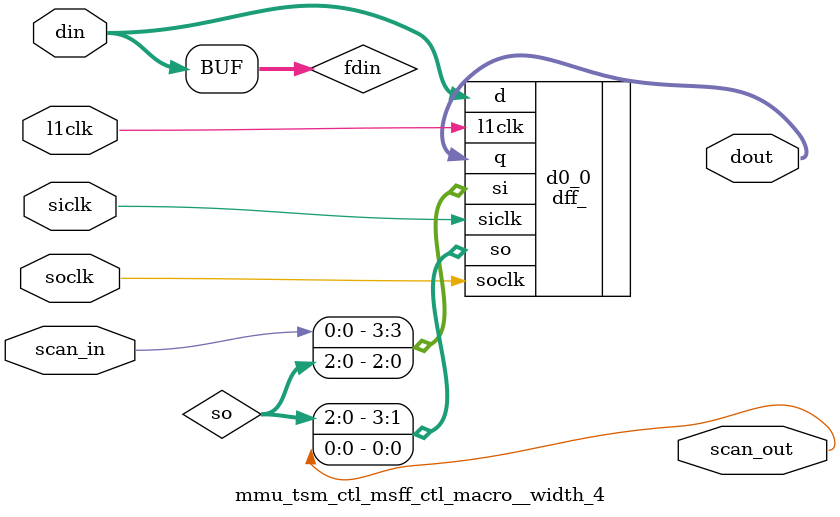
<source format=v>
module mmu_tsm_ctl (
  l1clk, 
  scan_in, 
  spc_aclk, 
  spc_bclk, 
  data_rcvd_hw1, 
  tlb_miss_m, 
  tsb_done_hw2, 
  vld_tsbptr_m2, 
  thr_valid_m1, 
  thr_valid_m0, 
  cindex_bit0, 
  cindex_bit1, 
  hwtw_burst, 
  trs_eperr_st, 
  trs_eccerr_st, 
  tsm_tsb_miss_hw2, 
  tsm_rqv, 
  tsm_waitfortte, 
  scan_out);
wire siclk;
wire soclk;
wire [1:0] cindex;
wire goto_null_state;
wire null_state;
wire validreq_state;
wire seqm1_state;
wire seqm2_state;
wire cfgdone_state;
wire ttewait_state;
wire next_null_state;
wire next_null_state_;
wire null_state_;
wire null_state_reg_scanin;
wire null_state_reg_scanout;
wire goto_validreq_state;
wire outstanding_miss_state;
wire next_validreq_state;
wire validreq_state_reg_scanin;
wire validreq_state_reg_scanout;
wire goto_seqm1_state;
wire next_seqm1_state;
wire seqm1_state_reg_scanin;
wire seqm1_state_reg_scanout;
wire goto_seqm2_state;
wire next_seqm2_state;
wire seqm2_state_reg_scanin;
wire seqm2_state_reg_scanout;
wire goto_cfgdone_state;
wire next_cfgdone_state;
wire cfgdone_state_reg_scanin;
wire cfgdone_state_reg_scanout;
wire goto_ttewait_state;
wire next_ttewait_state;
wire ttewait_state_reg_scanin;
wire ttewait_state_reg_scanout;
wire goto_outstanding_miss_state;
wire next_outstanding_miss_state;
wire outstanding_miss_state_reg_scanin;
wire outstanding_miss_state_reg_scanout;
wire data_rcvd_lat_scanin;
wire data_rcvd_lat_scanout;
wire data_rcvd_hw1_ff;
wire req_enq;
wire req_deq;
wire [3:0] next_bal;
wire [3:0] bal;
wire bal_lat_scanin;
wire bal_lat_scanout;


input           l1clk;
input           scan_in;
input		spc_aclk;
input		spc_bclk;

input           data_rcvd_hw1;       // data back from gkt, from htc
input           tlb_miss_m;             // indicates tlb miss, from htc
input           tsb_done_hw2;              // indicates tsb hit, from htc
input           vld_tsbptr_m2;              // indicates valid tsbptr
input           thr_valid_m1;       // valid req in M1 which got asi grant and room avail
input           thr_valid_m0;       // valid req in M0

input           cindex_bit0;
input           cindex_bit1;


input           hwtw_burst;         // hwtw is in burst mode

                                      // mra read, and data available.  
input           trs_eperr_st;         // trs is in ep miss err state

input           trs_eccerr_st;         // trs is in eccerr state

output          tsm_tsb_miss_hw2;    // no tsb hit on any of the 4 tsb 
output          tsm_rqv;         // request is valid, in REQ or CFG_RD
output          tsm_waitfortte;       // all tte not received
output          scan_out;

assign siclk	= spc_aclk;
assign soclk	= spc_bclk;



assign cindex[1:0] = {cindex_bit1, cindex_bit0};

///////////////////////////////////////////////////
// CASE STATEMENT DESCRIPTION OF TSM MACHINE
///////////////////////////////////////////////////

// tsb_done_hw2 = tsb_hit_hw2|ep_miss_hw2|l2_ecc_err_hw2|cfg_ecc_err_m4;
//case(`TSM_STATE)
//  `NULL_ST:
//    if (~tlb_miss_m) 
//      next_state = `NULL_ST;
//    else 
//      next_state = `VALIDREQ_ST;
//
//  `VALIDREQ_ST:
//    begin
//        if ((tsb_hit_hw2|ep_miss_hw2|l2_ecc_err_hw2|cfg_ecc_err_m4) & ~tsm_waitfortte)
//          next_state = `NULL_ST;
//        if ((tsb_hit_hw2|ep_miss_hw2|l2_ecc_err_hw2|cfg_ecc_err_m4) & tsm_waitfortte)
//          next_state = `TTEWAIT_ST;
//        if (~(tsb_hit_hw2|ep_miss_hw2|l2_ecc_err_hw2|cfg_ecc_err_m4) & burst_mode & (~(cindex[1:0] ==2'b11 & thr_valid_m1)))
//          next_state = `VALIDREQ_ST;
//        if (~(tsb_hit_hw2|ep_miss_hw2|l2_ecc_err_hw2|cfg_ecc_err_m4) & ~burst_mode & ~thr_valid_m0)
//          next_state = `VALIDREQ_ST;
//        if (~(tsb_hit_hw2|ep_miss_hw2|l2_ecc_err_hw2|cfg_ecc_err_m4) & ~burst_mode & thr_valid_m0)
//          next_state = `SEQM1_ST;
//        if (~(tsb_hit_hw2|ep_miss_hw2|l2_ecc_err_hw2|cfg_ecc_err_m4) & (cindex[1:0] ==2'b11 & thr_valid_m1))
//          next_state = `CFGDONE_ST;
//    end
//  
//  `SEQM1_ST:
//    begin
//        if ((tsb_hit_hw2|ep_miss_hw2|l2_ecc_err_hw2|cfg_ecc_err_m4) & ~tsm_waitfortte)
//          next_state = `NULL_ST;
//        if ((tsb_hit_hw2|ep_miss_hw2|l2_ecc_err_hw2|cfg_ecc_err_m4) & tsm_waitfortte)
//          next_state = `TTEWAIT_ST;
//        if (~(tsb_hit_hw2|ep_miss_hw2|l2_ecc_err_hw2|cfg_ecc_err_m4) & ~thr_valid_m1)
//          next_state = `VALIDREQ_ST;
//        if (~(tsb_hit_hw2|ep_miss_hw2|l2_ecc_err_hw2|cfg_ecc_err_m4) & thr_valid_m1 & (cindex[1:0] ==2'b11))
//          next_state = `CFGDONE_ST;
//        if (~(tsb_hit_hw2|ep_miss_hw2|l2_ecc_err_hw2|cfg_ecc_err_m4) & thr_valid_m1 & ~(cindex[1:0] ==2'b11))
//          next_state = `SEQM2_ST;
//    end
//
//  `SEQM2_ST:
//    begin
//        if ((tsb_hit_hw2|ep_miss_hw2|l2_ecc_err_hw2|cfg_ecc_err_m4) & ~tsm_waitfortte)
//          next_state = `NULL_ST;          
//        if ((tsb_hit_hw2|ep_miss_hw2|l2_ecc_err_hw2|cfg_ecc_err_m4) & tsm_waitfortte)
//          next_state = `TTEWAIT_ST;
//        if (~(tsb_hit_hw2|ep_miss_hw2|l2_ecc_err_hw2|cfg_ecc_err_m4) & ~tsm_waitfortte)
//          next_state = `VALIDREQ_ST;
//        if (~(tsb_hit_hw2|ep_miss_hw2|l2_ecc_err_hw2|cfg_ecc_err_m4) & tsm_waitfortte)
//          next_state = `SEQM2_ST;
//    end
//
//  `CFGDONE_ST:
//    begin
//        if (~tsm_waitfortte)
//          next_state = `NULL_ST;
//        if ((tsb_hit_hw2|ep_miss_hw2|l2_ecc_err_hw2|cfg_ecc_err_m4) & tsm_waitfortte)
//          next_state = `TTEWAIT_ST;
//        if (~(tsb_hit_hw2|ep_miss_hw2|l2_ecc_err_hw2|cfg_ecc_err_m4) & tsm_waitfortte)
//          next_state = `CFGDONE_ST;
//    end
//
//  `TTEWAIT_ST:
//    begin
//        if (tlb_miss_m)
//          next_state = `OUTMISSWAIT_ST;
//        if (~tsm_waitfortte & ~tlb_miss_m)
//          next_state = `NULL_ST;
//        if (tsm_waitfortte & ~tlb_miss_m)
//          next_state = `TTEWAIT_ST;
//    end
//
//  `OUTMISSWAIT_ST:
//    begin
//        if (tsm_waitfortte)
//          next_state = `OUTMISSWAIT_ST;
//        else
//          next_state = `VALIDREQ_ST;
//    end
//endcase // case(`TSM_STATE)

        
  
// 0in one_hot -var {null_state,validreq_state,seqm1_state,seqm2_state,cfgdone_state,ttewait_state,outstanding_miss_state}
///////////////////////////////////////////////////
// Null State (NULL_ST)
///////////////////////////////////////////////////
// Goto null state if either of following is true
// => NULL_ST     and  no tlb miss 
// => VALIDREQ_ST and (tsb_hit_hw2|ep_miss_hw2|l2_ecc_err_hw2|cfg_ecc_err_m4) and no outstanding tte
// => SEQM1_ST and (tsb_hit_hw2|ep_miss_hw2|l2_ecc_err_hw2|cfg_ecc_err_m4) and all  no outstanding tte
// => SEQM2_ST and (tsb_hit_hw2|ep_miss_hw2|l2_ecc_err_hw2|cfg_ecc_err_m4) and all  no outstanding tte
// => CFGDONE_ST  and no outstanding tte
// => TTEWAIT_ST  and no tlb miss and no outstanding tte

// Leave null state if either of following is true
// => tlb miss occurs (goto validreq state)

assign goto_null_state = (null_state & ~tlb_miss_m) |
                         (validreq_state & tsb_done_hw2 & ~tsm_waitfortte) |
                         (seqm1_state & tsb_done_hw2 & ~tsm_waitfortte) |
                         (seqm2_state & tsb_done_hw2 & ~tsm_waitfortte) |
                         (cfgdone_state & ~tsm_waitfortte) | //irrespective of tsb_hit_hw2
                         (ttewait_state & ~tsm_waitfortte & ~tlb_miss_m);

assign next_null_state = goto_null_state;
assign next_null_state_ = ~next_null_state;
assign null_state = ~null_state_;

mmu_tsm_ctl_msff_ctl_macro__width_1 null_state_reg  (
 .scan_in(null_state_reg_scanin),
 .scan_out(null_state_reg_scanout),
 .l1clk(l1clk),
 .din  (next_null_state_),
 .dout (null_state_),
  .siclk(siclk),
  .soclk(soclk)
);

///////////////////////////////////////////////////
// Valid Req State (VALIDREQ_ST)
///////////////////////////////////////////////////
// Goto valid req. state if either of following is true
// => VALIDREQ_ST      and ~(tsb_hit_hw2|ep_miss_hw2|l2_ecc_err_hw2|cfg_ecc_err_m4) and burst mode and all tsb cfg not read
// => VALIDREQ_ST      and ~(tsb_hit_hw2|ep_miss_hw2|l2_ecc_err_hw2|cfg_ecc_err_m4) and ~burst mode and current thread not selected
// => SEQM1_ST         and ~(tsb_hit_hw2|ep_miss_hw2|l2_ecc_err_hw2|cfg_ecc_err_m4) and ~thr_valid_m1 (req did not get a grant from asi).
// => SEQM2_ST         and ~(tsb_hit_hw2|ep_miss_hw2|l2_ecc_err_hw2|cfg_ecc_err_m4) and no outstanding tte
// => NULL_ST          and tlb_miss_m
// => OUTMISSWAIT_ST   and no outstanding tte 

// Leave valid req. state if either of following is true
// => VALIDREQ_ST and (tsb_hit_hw2|ep_miss_hw2|l2_ecc_err_hw2|cfg_ecc_err_m4) (go to NULL_ST or TTEWAIT_ST)  
// => VALIDREQ_ST and all req are read (go to CFGDONE_ST)
// => VALIDREQ_ST and not burst mode and current thread selected (thr_valid_m0) (go to SEQM1_ST)

assign goto_validreq_state = (validreq_state & ~tsb_done_hw2 & hwtw_burst & ~(cindex[1] & cindex[0] & thr_valid_m1)) |
                             (validreq_state & ~tsb_done_hw2 & ~hwtw_burst & ~thr_valid_m0) | 
                             (seqm1_state & ~tsb_done_hw2 & ~thr_valid_m1) |
                             (seqm2_state & ~tsb_done_hw2 & ~tsm_waitfortte) |
                             (null_state & tlb_miss_m) | 
                             (outstanding_miss_state & ~tsm_waitfortte);
assign next_validreq_state = goto_validreq_state;


mmu_tsm_ctl_msff_ctl_macro__width_1 validreq_state_reg  (
 .scan_in(validreq_state_reg_scanin),
 .scan_out(validreq_state_reg_scanout),
 .l1clk(l1clk),
 .din  (next_validreq_state),
 .dout (validreq_state),
  .siclk(siclk),
  .soclk(soclk)
);

///////////////////////////////////////////////////
// Sequential M1 State (SEQM1_ST)
///////////////////////////////////////////////////
// Goto sequential M1 state if either of following is true
// => VALIDREQ_ST      and ~(tsb_hit_hw2|ep_miss_hw2|l2_ecc_err_hw2|cfg_ecc_err_m4) and not burst mode and current thread selected

// Leave sequential M1 state if either of following is true
// => SEQM1_ST and (tsb_hit_hw2|ep_miss_hw2|l2_ecc_err_hw2|cfg_ecc_err_m4) (go to NULL_ST or TTEWAIT_ST)  
// => SEQM1_ST and ~(tsb_hit_hw2|ep_miss_hw2|l2_ecc_err_hw2|cfg_ecc_err_m4) and ~thr_valid_m1 (req was not granted), (go to VALIDREQ_ST)
// => SEQM1_ST and ~(tsb_hit_hw2|ep_miss_hw2|l2_ecc_err_hw2|cfg_ecc_err_m4) and thr_valid_m1 (go to SEQM2_ST or CFGDONE_ST)

assign goto_seqm1_state = (validreq_state & ~tsb_done_hw2 & ~hwtw_burst & thr_valid_m0);
assign next_seqm1_state = goto_seqm1_state;


mmu_tsm_ctl_msff_ctl_macro__width_1 seqm1_state_reg  (
 .scan_in(seqm1_state_reg_scanin),
 .scan_out(seqm1_state_reg_scanout),
 .l1clk(l1clk),
 .din  (next_seqm1_state),
 .dout (seqm1_state),
  .siclk(siclk),
  .soclk(soclk)
);

///////////////////////////////////////////////////
// Sequential M2 State (SEQM2_ST)
///////////////////////////////////////////////////
// Goto sequential M2 state if either of following is true
// => SEQM1_ST      and ~(tsb_hit_hw2|ep_miss_hw2|l2_ecc_err_hw2|cfg_ecc_err_m4) and thr_valid_m1 & all cfg not read
// => SEQM2_ST      and ~(tsb_hit_hw2|ep_miss_hw2|l2_ecc_err_hw2|cfg_ecc_err_m4) and outstanding tte

// Leave sequential M2 state if either of following is true
// => SEQM2_ST and (tsb_hit_hw2|ep_miss_hw2|l2_ecc_err_hw2|cfg_ecc_err_m4) (go to NULL_ST or TTEWAIT_ST)  
// => SEQM2_ST and ~(tsb_hit_hw2|ep_miss_hw2|l2_ecc_err_hw2|cfg_ecc_err_m4) and no outstanding tte (go to VALIDREQ_ST)

assign goto_seqm2_state = (seqm1_state & ~tsb_done_hw2 & thr_valid_m1 & ~(cindex[1] & cindex[0])) |
                          (seqm2_state & ~tsb_done_hw2 & tsm_waitfortte);
assign next_seqm2_state = goto_seqm2_state;


mmu_tsm_ctl_msff_ctl_macro__width_1 seqm2_state_reg  (
 .scan_in(seqm2_state_reg_scanin),
 .scan_out(seqm2_state_reg_scanout),
 .l1clk(l1clk),
 .din  (next_seqm2_state),
 .dout (seqm2_state),
  .siclk(siclk),
  .soclk(soclk)
);

///////////////////////////////////////////////////
// AllConfigRead State (CFGDONE_ST)
///////////////////////////////////////////////////
// Goto all TSB read state if either of following is true
// => VALIDREQ_ST  and burst mode and ~(tsb_hit_hw2|ep_miss_hw2|l2_ecc_err_hw2|cfg_ecc_err_m4) & all cfg read
// => SEQM1_ST     and  ~(tsb_hit_hw2|ep_miss_hw2|l2_ecc_err_hw2|cfg_ecc_err_m4) & all cfg read
// => CFGDONE_ST   and ~(tsb_hit_hw2|ep_miss_hw2|l2_ecc_err_hw2|cfg_ecc_err_m4) and outstanding tte

// Leave all CFG read state if either of following is true
// => CFGDONE_ST and all  no outstanding TTE (go to NULL_ST)
// => CFGDONE_ST and TSB hit and outstanding TTE (go to TTEWAIT_ST)

assign goto_cfgdone_state =  (cfgdone_state & ~tsb_done_hw2 & tsm_waitfortte) |
                             (validreq_state & ~tsb_done_hw2 & hwtw_burst & cindex[1] & cindex[0] & thr_valid_m1) |
                             (seqm1_state & ~tsb_done_hw2  & cindex[1] & cindex[0] & thr_valid_m1);


assign next_cfgdone_state = goto_cfgdone_state;


mmu_tsm_ctl_msff_ctl_macro__width_1 cfgdone_state_reg  (
 .scan_in(cfgdone_state_reg_scanin),
 .scan_out(cfgdone_state_reg_scanout),
 .l1clk(l1clk),
 .din  (next_cfgdone_state),
 .dout (cfgdone_state),
  .siclk(siclk),
  .soclk(soclk)
);

///////////////////////////////////////////////////
// TTE Wait State (TTEWAIT_ST)
// go to this state on (tsb_hit_hw2|ep_miss_hw2|l2_ecc_err_hw2|cfg_ecc_err_m4).
///////////////////////////////////////////////////
// Goto TTEWAIT_ST state if either of following is true
// => TTEWAIT_ST     and no tlb miss and outstanding tte
// => VALIDREQ_ST    and (tsb_hit_hw2|ep_miss_hw2|l2_ecc_err_hw2|cfg_ecc_err_m4) and outstanding tte
// => SEQM1_ST       and (tsb_hit_hw2|ep_miss_hw2|l2_ecc_err_hw2|cfg_ecc_err_m4) and outstanding tte
// => SEQM2_ST       and (tsb_hit_hw2|ep_miss_hw2|l2_ecc_err_hw2|cfg_ecc_err_m4) and outstanding tte
// => CFGDONE_ST     and (tsb_hit_hw2|ep_miss_hw2|l2_ecc_err_hw2|cfg_ecc_err_m4) and outstanding tte

// Leave TTEWAIT_ST state if either of following is true
// => TTEWAIT_ST and tlb miss (go to OUTMISSWAIT_ST)
// => TTEWAIT_ST and no tlb miss and no outstanding tte (go to NULL_ST)

assign goto_ttewait_state =  (ttewait_state & ~tlb_miss_m & tsm_waitfortte) |
                             (validreq_state & tsb_done_hw2 & tsm_waitfortte) |
                             (seqm1_state & tsb_done_hw2 & tsm_waitfortte) |
                             (seqm2_state & tsb_done_hw2 & tsm_waitfortte) |
                             (cfgdone_state & tsb_done_hw2 & tsm_waitfortte);

assign next_ttewait_state = goto_ttewait_state;


mmu_tsm_ctl_msff_ctl_macro__width_1 ttewait_state_reg  (
 .scan_in(ttewait_state_reg_scanin),
 .scan_out(ttewait_state_reg_scanout),
 .l1clk(l1clk),
 .din  (next_ttewait_state),
 .dout (ttewait_state),
  .siclk(siclk),
  .soclk(soclk)
);

///////////////////////////////////////////////////
// Outstanding Miss State (OUTMISSWAIT_ST)
//  Indicates TTEWAIT_ST and a  tlb_miss_m (can happen when we
// have a tsb  hit, thread gets restarted, but all tte's are not done for
// the original miss)
///////////////////////////////////////////////////
// Goto all OUTMISSWAIT_ST if either of following is true
// => OUTMISSWAIT_ST   and not all  TTE received (tsm_waitfortte)
// => TTEWAIT_ST       and tlb_miss_m

assign goto_outstanding_miss_state = (outstanding_miss_state & tsm_waitfortte) |
                                     (ttewait_state & tlb_miss_m);

assign next_outstanding_miss_state = goto_outstanding_miss_state;


mmu_tsm_ctl_msff_ctl_macro__width_1 outstanding_miss_state_reg  (
 .scan_in(outstanding_miss_state_reg_scanin),
 .scan_out(outstanding_miss_state_reg_scanout),
 .l1clk(l1clk),
 .din  (next_outstanding_miss_state),
 .dout (outstanding_miss_state),
  .siclk(siclk),
  .soclk(soclk)
);

///////////////////////////////////////////////////
// End of State machine
///////////////////////////////////////////////////

///////////////////////////////////////////////////
// EnQ/DeQ TTEs
// Keeping track of outstanding TTE requests.
// Increment the counter on every request  sent out (vld_tsbptr_m2),
// Decrement the counter on every data recvd, (data_rcvd_hw1)
///////////////////////////////////////////////////
mmu_tsm_ctl_msff_ctl_macro__width_1 data_rcvd_lat  (
 .scan_in(data_rcvd_lat_scanin),
 .scan_out(data_rcvd_lat_scanout),
 .l1clk(l1clk),
 .din  (data_rcvd_hw1),
 .dout (data_rcvd_hw1_ff),
  .siclk(siclk),
  .soclk(soclk)
);
assign req_enq = vld_tsbptr_m2 & ~data_rcvd_hw1_ff;
assign req_deq = data_rcvd_hw1_ff & ~vld_tsbptr_m2;

//0in bits_on -var {req_enq, req_deq} -max 1;
assign next_bal[3:0] = ({4{req_enq & ~bal[3] & ~bal[2] & ~bal[1] & ~bal[0]}} & 4'b0001) |
                       ({4{req_enq & ~bal[3] & ~bal[2] & ~bal[1] &  bal[0]}} & 4'b0011) |
                       ({4{req_enq & ~bal[3] & ~bal[2] &  bal[1] &  bal[0]}} & 4'b0111) |
                       ({4{req_enq & ~bal[3] &  bal[2] &  bal[1] &  bal[0]}} & 4'b1111) |
                       ({4{req_deq &  bal[3] &  bal[2] &  bal[1] &  bal[0]}} & 4'b0111) |
                       ({4{req_deq & ~bal[3] &  bal[2] &  bal[1] &  bal[0]}} & 4'b0011) |
                       ({4{req_deq & ~bal[3] & ~bal[2] &  bal[1] &  bal[0]}} & 4'b0001) |
                       ({4{req_deq & ~bal[3] & ~bal[2] & ~bal[1] &  bal[0]}} & 4'b0000) |
                       ({4{~req_deq & ~req_enq}} & bal[3:0]);

mmu_tsm_ctl_msff_ctl_macro__width_4 bal_lat  (
 .scan_in(bal_lat_scanin),
 .scan_out(bal_lat_scanout),
 .l1clk(l1clk),
 .din  ({next_bal[3:0]}),
 .dout ({bal[3:0]}),
  .siclk(siclk),
  .soclk(soclk)
);

///////////////////////////////////////////////////
// State Machine Outputs
///////////////////////////////////////////////////
assign tsm_tsb_miss_hw2 = ~tsm_waitfortte & cfgdone_state & ~tsb_done_hw2  & ~trs_eccerr_st & ~trs_eperr_st;
assign tsm_rqv = validreq_state;
assign tsm_waitfortte = |next_bal[3:0];


supply0 vss;
supply1 vdd;

// fixscan start:
assign null_state_reg_scanin     = scan_in                  ;
assign validreq_state_reg_scanin = null_state_reg_scanout   ;
assign seqm1_state_reg_scanin    = validreq_state_reg_scanout;
assign seqm2_state_reg_scanin    = seqm1_state_reg_scanout  ;
assign cfgdone_state_reg_scanin  = seqm2_state_reg_scanout  ;
assign ttewait_state_reg_scanin  = cfgdone_state_reg_scanout;
assign outstanding_miss_state_reg_scanin = ttewait_state_reg_scanout;
assign data_rcvd_lat_scanin      = outstanding_miss_state_reg_scanout;
assign bal_lat_scanin            = data_rcvd_lat_scanout    ;
assign scan_out                  = bal_lat_scanout          ;
// fixscan end:
endmodule






// any PARAMS parms go into naming of macro

module mmu_tsm_ctl_msff_ctl_macro__width_1 (
  din, 
  l1clk, 
  scan_in, 
  siclk, 
  soclk, 
  dout, 
  scan_out);
wire [0:0] fdin;

  input [0:0] din;
  input l1clk;
  input scan_in;


  input siclk;
  input soclk;

  output [0:0] dout;
  output scan_out;
assign fdin[0:0] = din[0:0];






dff_ #(1)  d0_0 (
.l1clk(l1clk),
.siclk(siclk),
.soclk(soclk),
.d(fdin[0:0]),
.si(scan_in),
.so(scan_out),
.q(dout[0:0])
);












endmodule













// any PARAMS parms go into naming of macro

module mmu_tsm_ctl_msff_ctl_macro__width_4 (
  din, 
  l1clk, 
  scan_in, 
  siclk, 
  soclk, 
  dout, 
  scan_out);
wire [3:0] fdin;
wire [2:0] so;

  input [3:0] din;
  input l1clk;
  input scan_in;


  input siclk;
  input soclk;

  output [3:0] dout;
  output scan_out;
assign fdin[3:0] = din[3:0];






dff_ #(4)  d0_0 (
.l1clk(l1clk),
.siclk(siclk),
.soclk(soclk),
.d(fdin[3:0]),
.si({scan_in,so[2:0]}),
.so({so[2:0],scan_out}),
.q(dout[3:0])
);












endmodule









</source>
